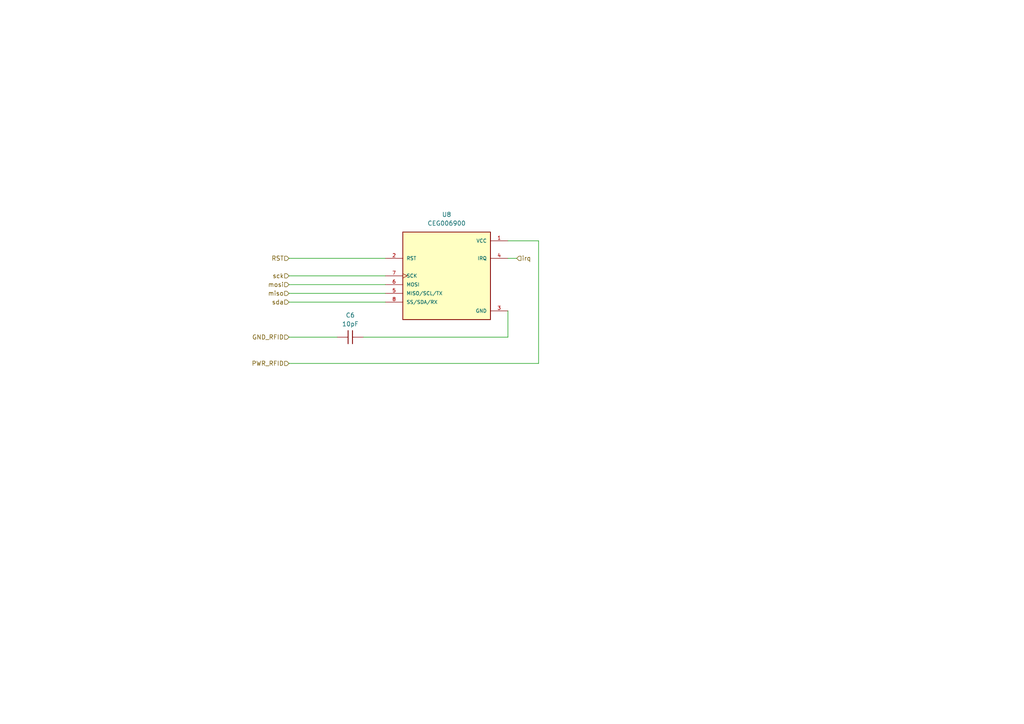
<source format=kicad_sch>
(kicad_sch (version 20231120) (generator "eeschema") (generator_version "8.0")
  (paper "A4")
  (lib_symbols
    (symbol "Fab:C_1206" (pin_numbers hide)
      (property "Reference" "C" (at 0.635 2.54 0))
      (property "Value" "C_1206" (at 0.635 -2.54 0))
      (symbol "C_1206_1_1"
        (polyline (pts (xy -1.905 -0.635) (xy 1.905 -0.635)) (stroke (width 0.25)))
        (polyline (pts (xy -1.905 0.635) (xy 1.905 0.635)) (stroke (width 0.25)))
        (pin passive line (at 0 3.81 270) (length 3.175) (name "~") (number "1"))
        (pin passive line (at 0 -3.81 90) (length 3.175) (name "~") (number "2"))
      )
    )
    (symbol "RFID-rc522:CEG006900" (pin_names (offset 1.016))
      (property "Reference" "U" (at -12.7 15.24 0))
      (property "Value" "CEG006900" (at -12.7 -15.24 0))
      (symbol "CEG006900_0_0"
        (rectangle (start -12.7 -12.7) (end 12.7 12.7) (stroke (width 0.254)) (fill (type background)))
        (pin power_in line (at 17.78 10.16 180) (length 5.08) (name "VCC") (number "1"))
        (pin input line (at -17.78 5.08 0) (length 5.08) (name "RST") (number "2"))
        (pin power_in line (at 17.78 -10.16 180) (length 5.08) (name "GND") (number "3"))
        (pin output line (at 17.78 5.08 180) (length 5.08) (name "IRQ") (number "4"))
        (pin bidirectional line (at -17.78 -5.08 0) (length 5.08) (name "MISO/SCL/TX") (number "5"))
        (pin input line (at -17.78 -2.54 0) (length 5.08) (name "MOSI") (number "6"))
        (pin input clock (at -17.78 0 0) (length 5.08) (name "SCK") (number "7"))
        (pin bidirectional line (at -17.78 -7.62 0) (length 5.08) (name "SS/SDA/RX") (number "8"))
      )
    )
  )
  (wire (pts (xy 156.21 69.85) (xy 147.32 69.85)))
  (wire (pts (xy 83.82 82.55) (xy 111.76 82.55)))
  (wire (pts (xy 83.82 87.63) (xy 111.76 87.63)))
  (wire (pts (xy 83.82 74.93) (xy 111.76 74.93)))
  (wire (pts (xy 147.32 74.93) (xy 149.86 74.93)))
  (wire (pts (xy 83.82 97.79) (xy 97.79 97.79)))
  (wire (pts (xy 105.41 97.79) (xy 147.32 97.79)))
  (wire (pts (xy 147.32 90.17) (xy 147.32 97.79)))
  (wire (pts (xy 156.21 105.41) (xy 156.21 69.85)))
  (wire (pts (xy 83.82 85.09) (xy 111.76 85.09)))
  (wire (pts (xy 83.82 80.01) (xy 111.76 80.01)))
  (wire (pts (xy 83.82 105.41) (xy 156.21 105.41)))
  (hierarchical_label "mosi" (shape input) (at 83.82 82.55 180))
  (hierarchical_label "miso" (shape input) (at 83.82 85.09 180))
  (hierarchical_label "GND_RFID" (shape input) (at 83.82 97.79 180))
  (hierarchical_label "RST" (shape input) (at 83.82 74.93 180))
  (hierarchical_label "PWR_RFID" (shape input) (at 83.82 105.41 180))
  (hierarchical_label "irq" (shape input) (at 149.86 74.93 0))
  (hierarchical_label "sck" (shape input) (at 83.82 80.01 180))
  (hierarchical_label "sda" (shape input) (at 83.82 87.63 180))
  (symbol (lib_id "Fab:C_1206") (at 101.6 97.79 90) (unit 1)
    (property "Reference" "C4" (at 101.6 91.44 90))
    (property "Value" "10pF" (at 101.6 93.98 90))
    (property "Footprint" "fab:C_1206" (effects (hide yes)))
    (property "Datasheet" "https://www.yageo.com/upload/media/product/productsearch/datasheet/mlcc/UPY-GP_NP0_16V-to-50V_18.pdf" (effects (hide yes)))
    (property "Description" "Unpolarized capacitor, SMD, 1206" (effects (hide yes)))
    (instances (project "puzzRob_electronics" (path "" (reference "C6") (unit 1)) (path "" (reference "C4") (unit 1)) (path "" (reference "C5") (unit 1))))
  )
  (symbol (lib_id "RFID-rc522:CEG006900") (at 129.54 80.01 0) (unit 1)
    (property "Reference" "U5" (at 129.54 62.23 0))
    (property "Value" "CEG006900" (at 129.54 64.77 0))
    (property "Footprint" "CEG006900:MODULE_CEG006900" (effects (hide yes)))
    (property "MF" "YKS" (effects (hide yes)))
    (property "Description_1" "\n                        \n                            RFID RC522 Reader IC Card Module Tags SPI Interface Read and Write\n                        \n" (effects (hide yes)))
    (property "Package" "None" (effects (hide yes)))
    (property "Price" "None" (effects (hide yes)))
    (property "Check_prices" "https://www.snapeda.com/parts/CEG006900/YKS/view-part/?ref=eda" (effects (hide yes)))
    (property "STANDARD" "IPC 7351B" (effects (hide yes)))
    (property "PARTREV" "12 June 2019" (effects (hide yes)))
    (property "SnapEDA_Link" "https://www.snapeda.com/parts/CEG006900/YKS/view-part/?ref=snap" (effects (hide yes)))
    (property "MP" "CEG006900" (effects (hide yes)))
    (property "Availability" "Not in stock" (effects (hide yes)))
    (property "MANUFACTURER" "YKS" (effects (hide yes)))
    (instances (project "" (path "" (reference "U8") (unit 1)) (path "" (reference "U7") (unit 1)) (path "" (reference "U5") (unit 1)) (path "" (reference "U6") (unit 1))))
  )
)
</source>
